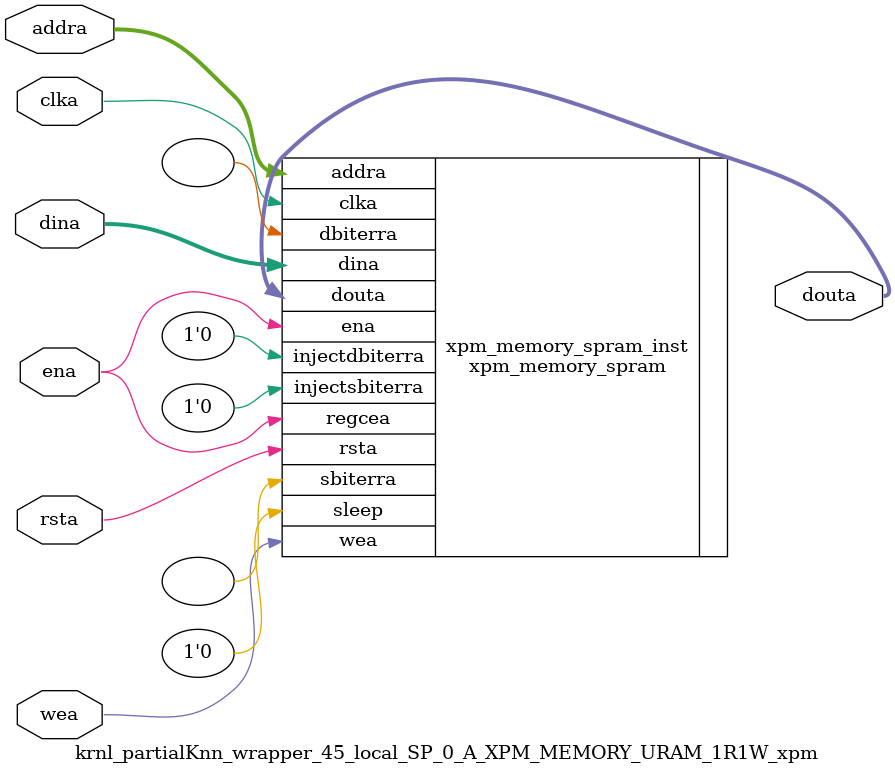
<source format=v>
`timescale 1 ns / 1 ps
module krnl_partialKnn_wrapper_45_local_SP_0_A_XPM_MEMORY_URAM_1R1W_xpm # (
  // Common module parameters
  parameter integer                 MEMORY_SIZE        = 524288,
  parameter                         MEMORY_PRIMITIVE   = "ultra",
  parameter                         ECC_MODE           = "no_ecc",
  parameter                         MEMORY_INIT_FILE   = "none",
  parameter                         WAKEUP_TIME        = "disable_sleep",
  parameter integer                 MESSAGE_CONTROL    = 0,
  // Port A module parameters
  parameter integer                 WRITE_DATA_WIDTH_A = 256,
  parameter integer                 READ_DATA_WIDTH_A  = WRITE_DATA_WIDTH_A,
  parameter integer                 BYTE_WRITE_WIDTH_A = WRITE_DATA_WIDTH_A,
  parameter integer                 ADDR_WIDTH_A       = 11,
  parameter                         READ_RESET_VALUE_A = "0",
  parameter integer                 READ_LATENCY_A     = 1,
  parameter                         WRITE_MODE_A       = "read_first"
) (
  // Port A module ports
  input  wire                                               clka,
  input  wire                                               rsta,
  input  wire                                               ena,
  input  wire [(WRITE_DATA_WIDTH_A/BYTE_WRITE_WIDTH_A)-1:0] wea,
  input  wire [ADDR_WIDTH_A-1:0]                            addra,
  input  wire [WRITE_DATA_WIDTH_A-1:0]                      dina,
  output wire [READ_DATA_WIDTH_A-1:0]                       douta
);
// Set parameter values and connect ports to instantiate an XPM_MEMORY single port RAM configuration
xpm_memory_spram # (
  // Common module parameters
  .MEMORY_SIZE        (MEMORY_SIZE),   //positive integer
  .MEMORY_PRIMITIVE   (MEMORY_PRIMITIVE),      //string; "auto", "distributed", "block" or "ultra";
  .ECC_MODE           (ECC_MODE),      //do not change
  .MEMORY_INIT_FILE   (MEMORY_INIT_FILE), //string; "none" or "<filename>.mem" 
  .MEMORY_INIT_PARAM  (""), //string;
  .WAKEUP_TIME        (WAKEUP_TIME),      //string; "disable_sleep" or "use_sleep_pin"
  .MESSAGE_CONTROL    (MESSAGE_CONTROL),      //do not change
  // Port A module parameters
  .WRITE_DATA_WIDTH_A (WRITE_DATA_WIDTH_A),     //positive integer
  .READ_DATA_WIDTH_A  (READ_DATA_WIDTH_A),     //positive integer
  .BYTE_WRITE_WIDTH_A (BYTE_WRITE_WIDTH_A),     //integer; 8, 9, or WRITE_DATA_WIDTH_A value
  .ADDR_WIDTH_A       (ADDR_WIDTH_A),      //positive integer
  .READ_RESET_VALUE_A (READ_RESET_VALUE_A),  //string
  .READ_LATENCY_A     (READ_LATENCY_A),      //non-negative integer
  .WRITE_MODE_A       (WRITE_MODE_A)       //string; "write_first", "read_first", "no_change"
) xpm_memory_spram_inst (
  // Common module ports
  .sleep          (1'b0),  //do not change
  // Port A module ports
  .clka           (clka),
  .rsta           (rsta),
  .ena            (ena),
  .regcea         (ena),
  .wea            (wea),
  .addra          (addra),
  .dina           (dina),
  .injectsbiterra (1'b0),  //do not change
  .injectdbiterra (1'b0),  //do not change
  .douta          (douta),
  .sbiterra       (),      //do not change
  .dbiterra       ()       //do not change
);
endmodule
</source>
